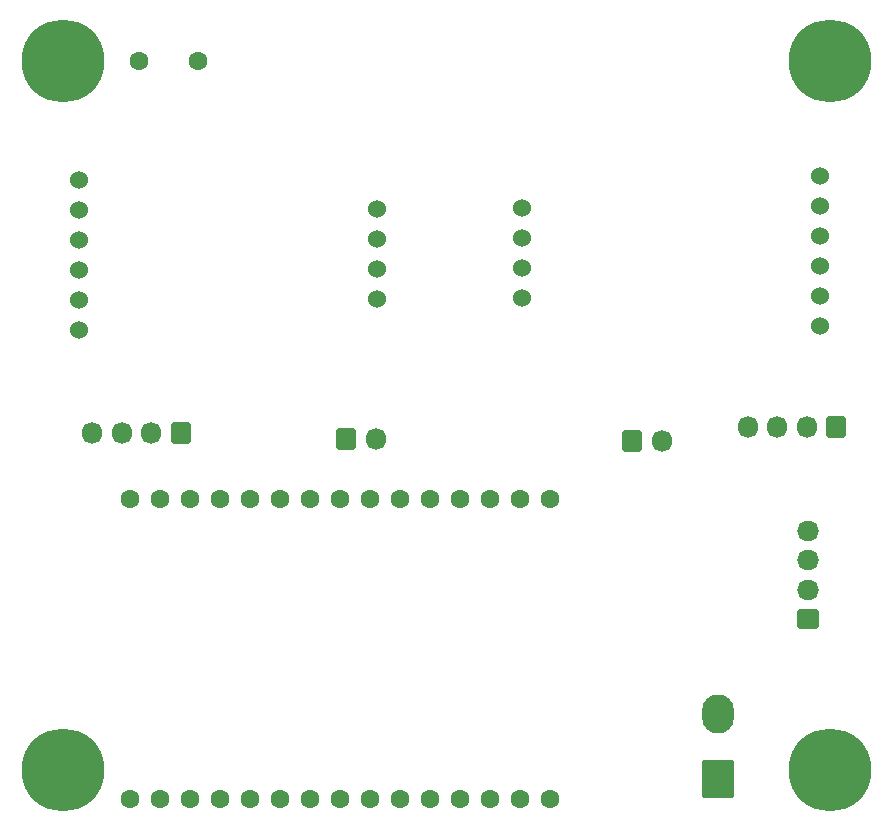
<source format=gbr>
%TF.GenerationSoftware,KiCad,Pcbnew,8.0.8*%
%TF.CreationDate,2025-06-20T17:38:55+09:00*%
%TF.ProjectId,4thfloor_pole,34746866-6c6f-46f7-925f-706f6c652e6b,rev?*%
%TF.SameCoordinates,Original*%
%TF.FileFunction,Soldermask,Top*%
%TF.FilePolarity,Negative*%
%FSLAX46Y46*%
G04 Gerber Fmt 4.6, Leading zero omitted, Abs format (unit mm)*
G04 Created by KiCad (PCBNEW 8.0.8) date 2025-06-20 17:38:55*
%MOMM*%
%LPD*%
G01*
G04 APERTURE LIST*
G04 Aperture macros list*
%AMRoundRect*
0 Rectangle with rounded corners*
0 $1 Rounding radius*
0 $2 $3 $4 $5 $6 $7 $8 $9 X,Y pos of 4 corners*
0 Add a 4 corners polygon primitive as box body*
4,1,4,$2,$3,$4,$5,$6,$7,$8,$9,$2,$3,0*
0 Add four circle primitives for the rounded corners*
1,1,$1+$1,$2,$3*
1,1,$1+$1,$4,$5*
1,1,$1+$1,$6,$7*
1,1,$1+$1,$8,$9*
0 Add four rect primitives between the rounded corners*
20,1,$1+$1,$2,$3,$4,$5,0*
20,1,$1+$1,$4,$5,$6,$7,0*
20,1,$1+$1,$6,$7,$8,$9,0*
20,1,$1+$1,$8,$9,$2,$3,0*%
G04 Aperture macros list end*
%ADD10O,1.700000X1.850000*%
%ADD11RoundRect,0.250000X-0.600000X-0.675000X0.600000X-0.675000X0.600000X0.675000X-0.600000X0.675000X0*%
%ADD12RoundRect,0.250001X1.099999X1.399999X-1.099999X1.399999X-1.099999X-1.399999X1.099999X-1.399999X0*%
%ADD13O,2.700000X3.300000*%
%ADD14C,7.000000*%
%ADD15C,1.524000*%
%ADD16RoundRect,0.250000X0.600000X0.675000X-0.600000X0.675000X-0.600000X-0.675000X0.600000X-0.675000X0*%
%ADD17RoundRect,0.250000X0.675000X-0.600000X0.675000X0.600000X-0.675000X0.600000X-0.675000X-0.600000X0*%
%ADD18O,1.850000X1.700000*%
%ADD19C,1.600000*%
G04 APERTURE END LIST*
D10*
%TO.C,J6*%
X244750000Y-92150000D03*
D11*
X242250000Y-92150000D03*
%TD*%
D12*
%TO.C,J5*%
X249500000Y-120750000D03*
D13*
X249500000Y-115250000D03*
%TD*%
D14*
%TO.C,H4*%
X259000000Y-120000000D03*
%TD*%
%TO.C,H3*%
X194000000Y-120000000D03*
%TD*%
%TO.C,H2*%
X259000000Y-60000000D03*
%TD*%
D15*
%TO.C,U2*%
X232900000Y-80025000D03*
X232900000Y-77485000D03*
X232900000Y-74945000D03*
X232900000Y-72405000D03*
X258100000Y-82405000D03*
X258100000Y-79865000D03*
X258100000Y-77325000D03*
X258100000Y-74785000D03*
X258100000Y-72245000D03*
X258100000Y-69705000D03*
%TD*%
%TO.C,U1*%
X220600000Y-72475000D03*
X220600000Y-75015000D03*
X220600000Y-77555000D03*
X220600000Y-80095000D03*
X195400000Y-70095000D03*
X195400000Y-72635000D03*
X195400000Y-75175000D03*
X195400000Y-77715000D03*
X195400000Y-80255000D03*
X195400000Y-82795000D03*
%TD*%
D10*
%TO.C,J4*%
X220500000Y-92000000D03*
D11*
X218000000Y-92000000D03*
%TD*%
D16*
%TO.C,J3*%
X259500000Y-91000000D03*
D10*
X257000000Y-91000000D03*
X254500000Y-91000000D03*
X252000000Y-91000000D03*
%TD*%
%TO.C,J2*%
X196500000Y-91500000D03*
X199000000Y-91500000D03*
X201500000Y-91500000D03*
D16*
X204000000Y-91500000D03*
%TD*%
D17*
%TO.C,J1*%
X257150000Y-107250000D03*
D18*
X257150000Y-104750000D03*
X257150000Y-102250000D03*
X257150000Y-99750000D03*
%TD*%
D14*
%TO.C,H1*%
X194000000Y-60000000D03*
%TD*%
D19*
%TO.C,C1*%
X200500000Y-60000000D03*
X205500000Y-60000000D03*
%TD*%
%TO.C,MOD1*%
X232706806Y-122432022D03*
X232706806Y-97032022D03*
X235246806Y-97032022D03*
X199686806Y-122432022D03*
X202226806Y-122432022D03*
X204766806Y-122432022D03*
X207306806Y-122432022D03*
X209846806Y-122432022D03*
X212386806Y-122432022D03*
X214926806Y-122432022D03*
X217466806Y-122432022D03*
X220006806Y-122432022D03*
X222546806Y-122432022D03*
X225086806Y-122432022D03*
X227626806Y-122432022D03*
X235246806Y-122432022D03*
X230166806Y-122432022D03*
X230166806Y-97032022D03*
X227626806Y-97032022D03*
X225086806Y-97032022D03*
X222546806Y-97032022D03*
X220006806Y-97032022D03*
X217466806Y-97032022D03*
X214926806Y-97032022D03*
X212386806Y-97032022D03*
X209846806Y-97032022D03*
X207306806Y-97032022D03*
X204766806Y-97032022D03*
X202226806Y-97032022D03*
X199686806Y-97032022D03*
%TD*%
M02*

</source>
